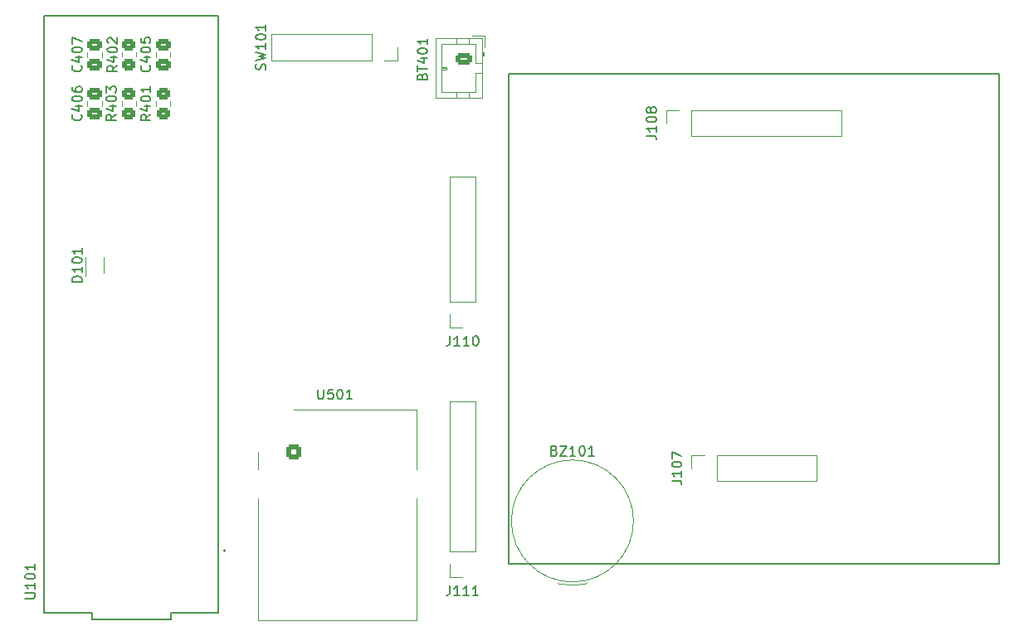
<source format=gto>
G04 #@! TF.GenerationSoftware,KiCad,Pcbnew,6.0.6-1.fc36*
G04 #@! TF.CreationDate,2022-07-29T12:50:01+02:00*
G04 #@! TF.ProjectId,CosmicWatch-ventidue,436f736d-6963-4576-9174-63682d76656e,rev?*
G04 #@! TF.SameCoordinates,Original*
G04 #@! TF.FileFunction,Legend,Top*
G04 #@! TF.FilePolarity,Positive*
%FSLAX46Y46*%
G04 Gerber Fmt 4.6, Leading zero omitted, Abs format (unit mm)*
G04 Created by KiCad (PCBNEW 6.0.6-1.fc36) date 2022-07-29 12:50:01*
%MOMM*%
%LPD*%
G01*
G04 APERTURE LIST*
G04 Aperture macros list*
%AMRoundRect*
0 Rectangle with rounded corners*
0 $1 Rounding radius*
0 $2 $3 $4 $5 $6 $7 $8 $9 X,Y pos of 4 corners*
0 Add a 4 corners polygon primitive as box body*
4,1,4,$2,$3,$4,$5,$6,$7,$8,$9,$2,$3,0*
0 Add four circle primitives for the rounded corners*
1,1,$1+$1,$2,$3*
1,1,$1+$1,$4,$5*
1,1,$1+$1,$6,$7*
1,1,$1+$1,$8,$9*
0 Add four rect primitives between the rounded corners*
20,1,$1+$1,$2,$3,$4,$5,0*
20,1,$1+$1,$4,$5,$6,$7,0*
20,1,$1+$1,$6,$7,$8,$9,0*
20,1,$1+$1,$8,$9,$2,$3,0*%
G04 Aperture macros list end*
%ADD10C,0.150000*%
%ADD11C,0.120000*%
%ADD12C,0.127000*%
%ADD13C,0.200000*%
%ADD14R,1.700000X1.700000*%
%ADD15O,1.700000X1.700000*%
%ADD16RoundRect,0.250000X-0.450000X0.350000X-0.450000X-0.350000X0.450000X-0.350000X0.450000X0.350000X0*%
%ADD17RoundRect,0.250000X0.475000X-0.337500X0.475000X0.337500X-0.475000X0.337500X-0.475000X-0.337500X0*%
%ADD18C,3.250000*%
%ADD19RoundRect,0.250500X-0.499500X-0.499500X0.499500X-0.499500X0.499500X0.499500X-0.499500X0.499500X0*%
%ADD20C,1.500000*%
%ADD21C,2.500000*%
%ADD22RoundRect,0.250000X-0.475000X0.337500X-0.475000X-0.337500X0.475000X-0.337500X0.475000X0.337500X0*%
%ADD23RoundRect,0.250000X-0.625000X0.350000X-0.625000X-0.350000X0.625000X-0.350000X0.625000X0.350000X0*%
%ADD24O,1.750000X1.200000*%
%ADD25R,2.000000X2.000000*%
%ADD26C,2.000000*%
%ADD27R,0.375000X1.250000*%
%ADD28R,0.300000X1.400000*%
%ADD29RoundRect,0.250000X0.450000X-0.350000X0.450000X0.350000X-0.450000X0.350000X-0.450000X-0.350000X0*%
%ADD30C,1.308000*%
%ADD31C,1.258000*%
%ADD32C,1.208000*%
G04 APERTURE END LIST*
D10*
X99000000Y-56000000D02*
X149000000Y-56000000D01*
X149000000Y-56000000D02*
X149000000Y-106000000D01*
X149000000Y-106000000D02*
X99000000Y-106000000D01*
X99000000Y-106000000D02*
X99000000Y-56000000D01*
X113062380Y-62285714D02*
X113776666Y-62285714D01*
X113919523Y-62333333D01*
X114014761Y-62428571D01*
X114062380Y-62571428D01*
X114062380Y-62666666D01*
X114062380Y-61285714D02*
X114062380Y-61857142D01*
X114062380Y-61571428D02*
X113062380Y-61571428D01*
X113205238Y-61666666D01*
X113300476Y-61761904D01*
X113348095Y-61857142D01*
X113062380Y-60666666D02*
X113062380Y-60571428D01*
X113110000Y-60476190D01*
X113157619Y-60428571D01*
X113252857Y-60380952D01*
X113443333Y-60333333D01*
X113681428Y-60333333D01*
X113871904Y-60380952D01*
X113967142Y-60428571D01*
X114014761Y-60476190D01*
X114062380Y-60571428D01*
X114062380Y-60666666D01*
X114014761Y-60761904D01*
X113967142Y-60809523D01*
X113871904Y-60857142D01*
X113681428Y-60904761D01*
X113443333Y-60904761D01*
X113252857Y-60857142D01*
X113157619Y-60809523D01*
X113110000Y-60761904D01*
X113062380Y-60666666D01*
X113490952Y-59761904D02*
X113443333Y-59857142D01*
X113395714Y-59904761D01*
X113300476Y-59952380D01*
X113252857Y-59952380D01*
X113157619Y-59904761D01*
X113110000Y-59857142D01*
X113062380Y-59761904D01*
X113062380Y-59571428D01*
X113110000Y-59476190D01*
X113157619Y-59428571D01*
X113252857Y-59380952D01*
X113300476Y-59380952D01*
X113395714Y-59428571D01*
X113443333Y-59476190D01*
X113490952Y-59571428D01*
X113490952Y-59761904D01*
X113538571Y-59857142D01*
X113586190Y-59904761D01*
X113681428Y-59952380D01*
X113871904Y-59952380D01*
X113967142Y-59904761D01*
X114014761Y-59857142D01*
X114062380Y-59761904D01*
X114062380Y-59571428D01*
X114014761Y-59476190D01*
X113967142Y-59428571D01*
X113871904Y-59380952D01*
X113681428Y-59380952D01*
X113586190Y-59428571D01*
X113538571Y-59476190D01*
X113490952Y-59571428D01*
X58952380Y-60119047D02*
X58476190Y-60452380D01*
X58952380Y-60690476D02*
X57952380Y-60690476D01*
X57952380Y-60309523D01*
X58000000Y-60214285D01*
X58047619Y-60166666D01*
X58142857Y-60119047D01*
X58285714Y-60119047D01*
X58380952Y-60166666D01*
X58428571Y-60214285D01*
X58476190Y-60309523D01*
X58476190Y-60690476D01*
X58285714Y-59261904D02*
X58952380Y-59261904D01*
X57904761Y-59500000D02*
X58619047Y-59738095D01*
X58619047Y-59119047D01*
X57952380Y-58547619D02*
X57952380Y-58452380D01*
X58000000Y-58357142D01*
X58047619Y-58309523D01*
X58142857Y-58261904D01*
X58333333Y-58214285D01*
X58571428Y-58214285D01*
X58761904Y-58261904D01*
X58857142Y-58309523D01*
X58904761Y-58357142D01*
X58952380Y-58452380D01*
X58952380Y-58547619D01*
X58904761Y-58642857D01*
X58857142Y-58690476D01*
X58761904Y-58738095D01*
X58571428Y-58785714D01*
X58333333Y-58785714D01*
X58142857Y-58738095D01*
X58047619Y-58690476D01*
X58000000Y-58642857D01*
X57952380Y-58547619D01*
X57952380Y-57880952D02*
X57952380Y-57261904D01*
X58333333Y-57595238D01*
X58333333Y-57452380D01*
X58380952Y-57357142D01*
X58428571Y-57309523D01*
X58523809Y-57261904D01*
X58761904Y-57261904D01*
X58857142Y-57309523D01*
X58904761Y-57357142D01*
X58952380Y-57452380D01*
X58952380Y-57738095D01*
X58904761Y-57833333D01*
X58857142Y-57880952D01*
X55357142Y-55119047D02*
X55404761Y-55166666D01*
X55452380Y-55309523D01*
X55452380Y-55404761D01*
X55404761Y-55547619D01*
X55309523Y-55642857D01*
X55214285Y-55690476D01*
X55023809Y-55738095D01*
X54880952Y-55738095D01*
X54690476Y-55690476D01*
X54595238Y-55642857D01*
X54500000Y-55547619D01*
X54452380Y-55404761D01*
X54452380Y-55309523D01*
X54500000Y-55166666D01*
X54547619Y-55119047D01*
X54785714Y-54261904D02*
X55452380Y-54261904D01*
X54404761Y-54500000D02*
X55119047Y-54738095D01*
X55119047Y-54119047D01*
X54452380Y-53547619D02*
X54452380Y-53452380D01*
X54500000Y-53357142D01*
X54547619Y-53309523D01*
X54642857Y-53261904D01*
X54833333Y-53214285D01*
X55071428Y-53214285D01*
X55261904Y-53261904D01*
X55357142Y-53309523D01*
X55404761Y-53357142D01*
X55452380Y-53452380D01*
X55452380Y-53547619D01*
X55404761Y-53642857D01*
X55357142Y-53690476D01*
X55261904Y-53738095D01*
X55071428Y-53785714D01*
X54833333Y-53785714D01*
X54642857Y-53738095D01*
X54547619Y-53690476D01*
X54500000Y-53642857D01*
X54452380Y-53547619D01*
X54452380Y-52880952D02*
X54452380Y-52214285D01*
X55452380Y-52642857D01*
X79540714Y-88182380D02*
X79540714Y-88991904D01*
X79588333Y-89087142D01*
X79635952Y-89134761D01*
X79731190Y-89182380D01*
X79921666Y-89182380D01*
X80016904Y-89134761D01*
X80064523Y-89087142D01*
X80112142Y-88991904D01*
X80112142Y-88182380D01*
X81064523Y-88182380D02*
X80588333Y-88182380D01*
X80540714Y-88658571D01*
X80588333Y-88610952D01*
X80683571Y-88563333D01*
X80921666Y-88563333D01*
X81016904Y-88610952D01*
X81064523Y-88658571D01*
X81112142Y-88753809D01*
X81112142Y-88991904D01*
X81064523Y-89087142D01*
X81016904Y-89134761D01*
X80921666Y-89182380D01*
X80683571Y-89182380D01*
X80588333Y-89134761D01*
X80540714Y-89087142D01*
X81731190Y-88182380D02*
X81826428Y-88182380D01*
X81921666Y-88230000D01*
X81969285Y-88277619D01*
X82016904Y-88372857D01*
X82064523Y-88563333D01*
X82064523Y-88801428D01*
X82016904Y-88991904D01*
X81969285Y-89087142D01*
X81921666Y-89134761D01*
X81826428Y-89182380D01*
X81731190Y-89182380D01*
X81635952Y-89134761D01*
X81588333Y-89087142D01*
X81540714Y-88991904D01*
X81493095Y-88801428D01*
X81493095Y-88563333D01*
X81540714Y-88372857D01*
X81588333Y-88277619D01*
X81635952Y-88230000D01*
X81731190Y-88182380D01*
X83016904Y-89182380D02*
X82445476Y-89182380D01*
X82731190Y-89182380D02*
X82731190Y-88182380D01*
X82635952Y-88325238D01*
X82540714Y-88420476D01*
X82445476Y-88468095D01*
X62357142Y-55119047D02*
X62404761Y-55166666D01*
X62452380Y-55309523D01*
X62452380Y-55404761D01*
X62404761Y-55547619D01*
X62309523Y-55642857D01*
X62214285Y-55690476D01*
X62023809Y-55738095D01*
X61880952Y-55738095D01*
X61690476Y-55690476D01*
X61595238Y-55642857D01*
X61500000Y-55547619D01*
X61452380Y-55404761D01*
X61452380Y-55309523D01*
X61500000Y-55166666D01*
X61547619Y-55119047D01*
X61785714Y-54261904D02*
X62452380Y-54261904D01*
X61404761Y-54500000D02*
X62119047Y-54738095D01*
X62119047Y-54119047D01*
X61452380Y-53547619D02*
X61452380Y-53452380D01*
X61500000Y-53357142D01*
X61547619Y-53309523D01*
X61642857Y-53261904D01*
X61833333Y-53214285D01*
X62071428Y-53214285D01*
X62261904Y-53261904D01*
X62357142Y-53309523D01*
X62404761Y-53357142D01*
X62452380Y-53452380D01*
X62452380Y-53547619D01*
X62404761Y-53642857D01*
X62357142Y-53690476D01*
X62261904Y-53738095D01*
X62071428Y-53785714D01*
X61833333Y-53785714D01*
X61642857Y-53738095D01*
X61547619Y-53690476D01*
X61500000Y-53642857D01*
X61452380Y-53547619D01*
X61452380Y-52309523D02*
X61452380Y-52785714D01*
X61928571Y-52833333D01*
X61880952Y-52785714D01*
X61833333Y-52690476D01*
X61833333Y-52452380D01*
X61880952Y-52357142D01*
X61928571Y-52309523D01*
X62023809Y-52261904D01*
X62261904Y-52261904D01*
X62357142Y-52309523D01*
X62404761Y-52357142D01*
X62452380Y-52452380D01*
X62452380Y-52690476D01*
X62404761Y-52785714D01*
X62357142Y-52833333D01*
X90178571Y-56238095D02*
X90226190Y-56095238D01*
X90273809Y-56047619D01*
X90369047Y-56000000D01*
X90511904Y-56000000D01*
X90607142Y-56047619D01*
X90654761Y-56095238D01*
X90702380Y-56190476D01*
X90702380Y-56571428D01*
X89702380Y-56571428D01*
X89702380Y-56238095D01*
X89750000Y-56142857D01*
X89797619Y-56095238D01*
X89892857Y-56047619D01*
X89988095Y-56047619D01*
X90083333Y-56095238D01*
X90130952Y-56142857D01*
X90178571Y-56238095D01*
X90178571Y-56571428D01*
X89702380Y-55714285D02*
X89702380Y-55142857D01*
X90702380Y-55428571D02*
X89702380Y-55428571D01*
X90035714Y-54380952D02*
X90702380Y-54380952D01*
X89654761Y-54619047D02*
X90369047Y-54857142D01*
X90369047Y-54238095D01*
X89702380Y-53666666D02*
X89702380Y-53571428D01*
X89750000Y-53476190D01*
X89797619Y-53428571D01*
X89892857Y-53380952D01*
X90083333Y-53333333D01*
X90321428Y-53333333D01*
X90511904Y-53380952D01*
X90607142Y-53428571D01*
X90654761Y-53476190D01*
X90702380Y-53571428D01*
X90702380Y-53666666D01*
X90654761Y-53761904D01*
X90607142Y-53809523D01*
X90511904Y-53857142D01*
X90321428Y-53904761D01*
X90083333Y-53904761D01*
X89892857Y-53857142D01*
X89797619Y-53809523D01*
X89750000Y-53761904D01*
X89702380Y-53666666D01*
X90702380Y-52380952D02*
X90702380Y-52952380D01*
X90702380Y-52666666D02*
X89702380Y-52666666D01*
X89845238Y-52761904D01*
X89940476Y-52857142D01*
X89988095Y-52952380D01*
X55357142Y-60119047D02*
X55404761Y-60166666D01*
X55452380Y-60309523D01*
X55452380Y-60404761D01*
X55404761Y-60547619D01*
X55309523Y-60642857D01*
X55214285Y-60690476D01*
X55023809Y-60738095D01*
X54880952Y-60738095D01*
X54690476Y-60690476D01*
X54595238Y-60642857D01*
X54500000Y-60547619D01*
X54452380Y-60404761D01*
X54452380Y-60309523D01*
X54500000Y-60166666D01*
X54547619Y-60119047D01*
X54785714Y-59261904D02*
X55452380Y-59261904D01*
X54404761Y-59500000D02*
X55119047Y-59738095D01*
X55119047Y-59119047D01*
X54452380Y-58547619D02*
X54452380Y-58452380D01*
X54500000Y-58357142D01*
X54547619Y-58309523D01*
X54642857Y-58261904D01*
X54833333Y-58214285D01*
X55071428Y-58214285D01*
X55261904Y-58261904D01*
X55357142Y-58309523D01*
X55404761Y-58357142D01*
X55452380Y-58452380D01*
X55452380Y-58547619D01*
X55404761Y-58642857D01*
X55357142Y-58690476D01*
X55261904Y-58738095D01*
X55071428Y-58785714D01*
X54833333Y-58785714D01*
X54642857Y-58738095D01*
X54547619Y-58690476D01*
X54500000Y-58642857D01*
X54452380Y-58547619D01*
X54452380Y-57357142D02*
X54452380Y-57547619D01*
X54500000Y-57642857D01*
X54547619Y-57690476D01*
X54690476Y-57785714D01*
X54880952Y-57833333D01*
X55261904Y-57833333D01*
X55357142Y-57785714D01*
X55404761Y-57738095D01*
X55452380Y-57642857D01*
X55452380Y-57452380D01*
X55404761Y-57357142D01*
X55357142Y-57309523D01*
X55261904Y-57261904D01*
X55023809Y-57261904D01*
X54928571Y-57309523D01*
X54880952Y-57357142D01*
X54833333Y-57452380D01*
X54833333Y-57642857D01*
X54880952Y-57738095D01*
X54928571Y-57785714D01*
X55023809Y-57833333D01*
X103666666Y-94428571D02*
X103809523Y-94476190D01*
X103857142Y-94523809D01*
X103904761Y-94619047D01*
X103904761Y-94761904D01*
X103857142Y-94857142D01*
X103809523Y-94904761D01*
X103714285Y-94952380D01*
X103333333Y-94952380D01*
X103333333Y-93952380D01*
X103666666Y-93952380D01*
X103761904Y-94000000D01*
X103809523Y-94047619D01*
X103857142Y-94142857D01*
X103857142Y-94238095D01*
X103809523Y-94333333D01*
X103761904Y-94380952D01*
X103666666Y-94428571D01*
X103333333Y-94428571D01*
X104238095Y-93952380D02*
X104904761Y-93952380D01*
X104238095Y-94952380D01*
X104904761Y-94952380D01*
X105809523Y-94952380D02*
X105238095Y-94952380D01*
X105523809Y-94952380D02*
X105523809Y-93952380D01*
X105428571Y-94095238D01*
X105333333Y-94190476D01*
X105238095Y-94238095D01*
X106428571Y-93952380D02*
X106523809Y-93952380D01*
X106619047Y-94000000D01*
X106666666Y-94047619D01*
X106714285Y-94142857D01*
X106761904Y-94333333D01*
X106761904Y-94571428D01*
X106714285Y-94761904D01*
X106666666Y-94857142D01*
X106619047Y-94904761D01*
X106523809Y-94952380D01*
X106428571Y-94952380D01*
X106333333Y-94904761D01*
X106285714Y-94857142D01*
X106238095Y-94761904D01*
X106190476Y-94571428D01*
X106190476Y-94333333D01*
X106238095Y-94142857D01*
X106285714Y-94047619D01*
X106333333Y-94000000D01*
X106428571Y-93952380D01*
X107714285Y-94952380D02*
X107142857Y-94952380D01*
X107428571Y-94952380D02*
X107428571Y-93952380D01*
X107333333Y-94095238D01*
X107238095Y-94190476D01*
X107142857Y-94238095D01*
X74154761Y-55535714D02*
X74202380Y-55392857D01*
X74202380Y-55154761D01*
X74154761Y-55059523D01*
X74107142Y-55011904D01*
X74011904Y-54964285D01*
X73916666Y-54964285D01*
X73821428Y-55011904D01*
X73773809Y-55059523D01*
X73726190Y-55154761D01*
X73678571Y-55345238D01*
X73630952Y-55440476D01*
X73583333Y-55488095D01*
X73488095Y-55535714D01*
X73392857Y-55535714D01*
X73297619Y-55488095D01*
X73250000Y-55440476D01*
X73202380Y-55345238D01*
X73202380Y-55107142D01*
X73250000Y-54964285D01*
X73202380Y-54630952D02*
X74202380Y-54392857D01*
X73488095Y-54202380D01*
X74202380Y-54011904D01*
X73202380Y-53773809D01*
X74202380Y-52869047D02*
X74202380Y-53440476D01*
X74202380Y-53154761D02*
X73202380Y-53154761D01*
X73345238Y-53250000D01*
X73440476Y-53345238D01*
X73488095Y-53440476D01*
X73202380Y-52250000D02*
X73202380Y-52154761D01*
X73250000Y-52059523D01*
X73297619Y-52011904D01*
X73392857Y-51964285D01*
X73583333Y-51916666D01*
X73821428Y-51916666D01*
X74011904Y-51964285D01*
X74107142Y-52011904D01*
X74154761Y-52059523D01*
X74202380Y-52154761D01*
X74202380Y-52250000D01*
X74154761Y-52345238D01*
X74107142Y-52392857D01*
X74011904Y-52440476D01*
X73821428Y-52488095D01*
X73583333Y-52488095D01*
X73392857Y-52440476D01*
X73297619Y-52392857D01*
X73250000Y-52345238D01*
X73202380Y-52250000D01*
X74202380Y-50964285D02*
X74202380Y-51535714D01*
X74202380Y-51250000D02*
X73202380Y-51250000D01*
X73345238Y-51345238D01*
X73440476Y-51440476D01*
X73488095Y-51535714D01*
X55452380Y-77190476D02*
X54452380Y-77190476D01*
X54452380Y-76952380D01*
X54500000Y-76809523D01*
X54595238Y-76714285D01*
X54690476Y-76666666D01*
X54880952Y-76619047D01*
X55023809Y-76619047D01*
X55214285Y-76666666D01*
X55309523Y-76714285D01*
X55404761Y-76809523D01*
X55452380Y-76952380D01*
X55452380Y-77190476D01*
X55452380Y-75666666D02*
X55452380Y-76238095D01*
X55452380Y-75952380D02*
X54452380Y-75952380D01*
X54595238Y-76047619D01*
X54690476Y-76142857D01*
X54738095Y-76238095D01*
X54452380Y-75047619D02*
X54452380Y-74952380D01*
X54500000Y-74857142D01*
X54547619Y-74809523D01*
X54642857Y-74761904D01*
X54833333Y-74714285D01*
X55071428Y-74714285D01*
X55261904Y-74761904D01*
X55357142Y-74809523D01*
X55404761Y-74857142D01*
X55452380Y-74952380D01*
X55452380Y-75047619D01*
X55404761Y-75142857D01*
X55357142Y-75190476D01*
X55261904Y-75238095D01*
X55071428Y-75285714D01*
X54833333Y-75285714D01*
X54642857Y-75238095D01*
X54547619Y-75190476D01*
X54500000Y-75142857D01*
X54452380Y-75047619D01*
X55452380Y-73761904D02*
X55452380Y-74333333D01*
X55452380Y-74047619D02*
X54452380Y-74047619D01*
X54595238Y-74142857D01*
X54690476Y-74238095D01*
X54738095Y-74333333D01*
X115632380Y-97510714D02*
X116346666Y-97510714D01*
X116489523Y-97558333D01*
X116584761Y-97653571D01*
X116632380Y-97796428D01*
X116632380Y-97891666D01*
X116632380Y-96510714D02*
X116632380Y-97082142D01*
X116632380Y-96796428D02*
X115632380Y-96796428D01*
X115775238Y-96891666D01*
X115870476Y-96986904D01*
X115918095Y-97082142D01*
X115632380Y-95891666D02*
X115632380Y-95796428D01*
X115680000Y-95701190D01*
X115727619Y-95653571D01*
X115822857Y-95605952D01*
X116013333Y-95558333D01*
X116251428Y-95558333D01*
X116441904Y-95605952D01*
X116537142Y-95653571D01*
X116584761Y-95701190D01*
X116632380Y-95796428D01*
X116632380Y-95891666D01*
X116584761Y-95986904D01*
X116537142Y-96034523D01*
X116441904Y-96082142D01*
X116251428Y-96129761D01*
X116013333Y-96129761D01*
X115822857Y-96082142D01*
X115727619Y-96034523D01*
X115680000Y-95986904D01*
X115632380Y-95891666D01*
X115632380Y-95225000D02*
X115632380Y-94558333D01*
X116632380Y-94986904D01*
X59052380Y-55119047D02*
X58576190Y-55452380D01*
X59052380Y-55690476D02*
X58052380Y-55690476D01*
X58052380Y-55309523D01*
X58100000Y-55214285D01*
X58147619Y-55166666D01*
X58242857Y-55119047D01*
X58385714Y-55119047D01*
X58480952Y-55166666D01*
X58528571Y-55214285D01*
X58576190Y-55309523D01*
X58576190Y-55690476D01*
X58385714Y-54261904D02*
X59052380Y-54261904D01*
X58004761Y-54500000D02*
X58719047Y-54738095D01*
X58719047Y-54119047D01*
X58052380Y-53547619D02*
X58052380Y-53452380D01*
X58100000Y-53357142D01*
X58147619Y-53309523D01*
X58242857Y-53261904D01*
X58433333Y-53214285D01*
X58671428Y-53214285D01*
X58861904Y-53261904D01*
X58957142Y-53309523D01*
X59004761Y-53357142D01*
X59052380Y-53452380D01*
X59052380Y-53547619D01*
X59004761Y-53642857D01*
X58957142Y-53690476D01*
X58861904Y-53738095D01*
X58671428Y-53785714D01*
X58433333Y-53785714D01*
X58242857Y-53738095D01*
X58147619Y-53690476D01*
X58100000Y-53642857D01*
X58052380Y-53547619D01*
X58147619Y-52833333D02*
X58100000Y-52785714D01*
X58052380Y-52690476D01*
X58052380Y-52452380D01*
X58100000Y-52357142D01*
X58147619Y-52309523D01*
X58242857Y-52261904D01*
X58338095Y-52261904D01*
X58480952Y-52309523D01*
X59052380Y-52880952D01*
X59052380Y-52261904D01*
X92989285Y-108222380D02*
X92989285Y-108936666D01*
X92941666Y-109079523D01*
X92846428Y-109174761D01*
X92703571Y-109222380D01*
X92608333Y-109222380D01*
X93989285Y-109222380D02*
X93417857Y-109222380D01*
X93703571Y-109222380D02*
X93703571Y-108222380D01*
X93608333Y-108365238D01*
X93513095Y-108460476D01*
X93417857Y-108508095D01*
X94941666Y-109222380D02*
X94370238Y-109222380D01*
X94655952Y-109222380D02*
X94655952Y-108222380D01*
X94560714Y-108365238D01*
X94465476Y-108460476D01*
X94370238Y-108508095D01*
X95894047Y-109222380D02*
X95322619Y-109222380D01*
X95608333Y-109222380D02*
X95608333Y-108222380D01*
X95513095Y-108365238D01*
X95417857Y-108460476D01*
X95322619Y-108508095D01*
X93000071Y-82735273D02*
X93000071Y-83449559D01*
X92952452Y-83592416D01*
X92857214Y-83687654D01*
X92714357Y-83735273D01*
X92619119Y-83735273D01*
X94000071Y-83735273D02*
X93428643Y-83735273D01*
X93714357Y-83735273D02*
X93714357Y-82735273D01*
X93619119Y-82878131D01*
X93523881Y-82973369D01*
X93428643Y-83020988D01*
X94952452Y-83735273D02*
X94381024Y-83735273D01*
X94666738Y-83735273D02*
X94666738Y-82735273D01*
X94571500Y-82878131D01*
X94476262Y-82973369D01*
X94381024Y-83020988D01*
X95571500Y-82735273D02*
X95666738Y-82735273D01*
X95761976Y-82782893D01*
X95809595Y-82830512D01*
X95857214Y-82925750D01*
X95904833Y-83116226D01*
X95904833Y-83354321D01*
X95857214Y-83544797D01*
X95809595Y-83640035D01*
X95761976Y-83687654D01*
X95666738Y-83735273D01*
X95571500Y-83735273D01*
X95476262Y-83687654D01*
X95428643Y-83640035D01*
X95381024Y-83544797D01*
X95333405Y-83354321D01*
X95333405Y-83116226D01*
X95381024Y-82925750D01*
X95428643Y-82830512D01*
X95476262Y-82782893D01*
X95571500Y-82735273D01*
X62452380Y-60119047D02*
X61976190Y-60452380D01*
X62452380Y-60690476D02*
X61452380Y-60690476D01*
X61452380Y-60309523D01*
X61500000Y-60214285D01*
X61547619Y-60166666D01*
X61642857Y-60119047D01*
X61785714Y-60119047D01*
X61880952Y-60166666D01*
X61928571Y-60214285D01*
X61976190Y-60309523D01*
X61976190Y-60690476D01*
X61785714Y-59261904D02*
X62452380Y-59261904D01*
X61404761Y-59500000D02*
X62119047Y-59738095D01*
X62119047Y-59119047D01*
X61452380Y-58547619D02*
X61452380Y-58452380D01*
X61500000Y-58357142D01*
X61547619Y-58309523D01*
X61642857Y-58261904D01*
X61833333Y-58214285D01*
X62071428Y-58214285D01*
X62261904Y-58261904D01*
X62357142Y-58309523D01*
X62404761Y-58357142D01*
X62452380Y-58452380D01*
X62452380Y-58547619D01*
X62404761Y-58642857D01*
X62357142Y-58690476D01*
X62261904Y-58738095D01*
X62071428Y-58785714D01*
X61833333Y-58785714D01*
X61642857Y-58738095D01*
X61547619Y-58690476D01*
X61500000Y-58642857D01*
X61452380Y-58547619D01*
X62452380Y-57261904D02*
X62452380Y-57833333D01*
X62452380Y-57547619D02*
X61452380Y-57547619D01*
X61595238Y-57642857D01*
X61690476Y-57738095D01*
X61738095Y-57833333D01*
X49657380Y-109519285D02*
X50466904Y-109519285D01*
X50562142Y-109471666D01*
X50609761Y-109424047D01*
X50657380Y-109328809D01*
X50657380Y-109138333D01*
X50609761Y-109043095D01*
X50562142Y-108995476D01*
X50466904Y-108947857D01*
X49657380Y-108947857D01*
X50657380Y-107947857D02*
X50657380Y-108519285D01*
X50657380Y-108233571D02*
X49657380Y-108233571D01*
X49800238Y-108328809D01*
X49895476Y-108424047D01*
X49943095Y-108519285D01*
X49657380Y-107328809D02*
X49657380Y-107233571D01*
X49705000Y-107138333D01*
X49752619Y-107090714D01*
X49847857Y-107043095D01*
X50038333Y-106995476D01*
X50276428Y-106995476D01*
X50466904Y-107043095D01*
X50562142Y-107090714D01*
X50609761Y-107138333D01*
X50657380Y-107233571D01*
X50657380Y-107328809D01*
X50609761Y-107424047D01*
X50562142Y-107471666D01*
X50466904Y-107519285D01*
X50276428Y-107566904D01*
X50038333Y-107566904D01*
X49847857Y-107519285D01*
X49752619Y-107471666D01*
X49705000Y-107424047D01*
X49657380Y-107328809D01*
X50657380Y-106043095D02*
X50657380Y-106614523D01*
X50657380Y-106328809D02*
X49657380Y-106328809D01*
X49800238Y-106424047D01*
X49895476Y-106519285D01*
X49943095Y-106614523D01*
D11*
X115050000Y-59670000D02*
X116380000Y-59670000D01*
X117650000Y-62330000D02*
X132950000Y-62330000D01*
X115050000Y-61000000D02*
X115050000Y-59670000D01*
X117650000Y-62330000D02*
X117650000Y-59670000D01*
X117650000Y-59670000D02*
X132950000Y-59670000D01*
X132950000Y-62330000D02*
X132950000Y-59670000D01*
X60985000Y-58772936D02*
X60985000Y-59227064D01*
X59515000Y-58772936D02*
X59515000Y-59227064D01*
X56015000Y-54261252D02*
X56015000Y-53738748D01*
X57485000Y-54261252D02*
X57485000Y-53738748D01*
X89615000Y-90240000D02*
X89615000Y-96360000D01*
X89615000Y-99340000D02*
X89615000Y-111760000D01*
X73385000Y-99350000D02*
X73385000Y-111760000D01*
X77055000Y-90240000D02*
X89615000Y-90240000D01*
X73385000Y-94550000D02*
X73385000Y-96360000D01*
X89615000Y-111760000D02*
X73385000Y-111760000D01*
X64485000Y-53738748D02*
X64485000Y-54261252D01*
X63015000Y-53738748D02*
X63015000Y-54261252D01*
X96460000Y-53800000D02*
X96260000Y-53800000D01*
X92150000Y-52950000D02*
X92150000Y-57850000D01*
X92150000Y-57850000D02*
X95650000Y-57850000D01*
X93650000Y-52340000D02*
X93650000Y-52950000D01*
X92650000Y-55500000D02*
X92150000Y-55500000D01*
X96260000Y-54900000D02*
X95650000Y-54900000D01*
X95650000Y-52950000D02*
X92150000Y-52950000D01*
X96260000Y-54100000D02*
X96460000Y-54100000D01*
X96260000Y-52340000D02*
X91540000Y-52340000D01*
X96260000Y-58460000D02*
X96260000Y-52340000D01*
X95650000Y-54900000D02*
X95650000Y-52950000D01*
X93650000Y-58460000D02*
X93650000Y-57850000D01*
X95650000Y-57850000D02*
X95650000Y-55900000D01*
X94950000Y-52340000D02*
X94950000Y-52950000D01*
X92150000Y-55400000D02*
X92650000Y-55400000D01*
X92650000Y-55300000D02*
X92650000Y-55500000D01*
X91540000Y-58460000D02*
X96260000Y-58460000D01*
X96360000Y-54100000D02*
X96360000Y-53800000D01*
X95650000Y-55900000D02*
X96260000Y-55900000D01*
X96560000Y-52040000D02*
X95310000Y-52040000D01*
X96560000Y-53290000D02*
X96560000Y-52040000D01*
X91540000Y-52340000D02*
X91540000Y-58460000D01*
X94950000Y-58460000D02*
X94950000Y-57850000D01*
X96460000Y-54100000D02*
X96460000Y-53800000D01*
X92150000Y-55300000D02*
X92650000Y-55300000D01*
X57485000Y-58738748D02*
X57485000Y-59261252D01*
X56015000Y-58738748D02*
X56015000Y-59261252D01*
X104000000Y-108020785D02*
G75*
G03*
X106999999Y-108020785I1500000J6400000D01*
G01*
X111730000Y-101620785D02*
G75*
G03*
X111730000Y-101620785I-6230000J0D01*
G01*
X87620000Y-54580000D02*
X86290000Y-54580000D01*
X85020000Y-54580000D02*
X74800000Y-54580000D01*
X85020000Y-51920000D02*
X74800000Y-51920000D01*
X85020000Y-51920000D02*
X85020000Y-54580000D01*
X74800000Y-51920000D02*
X74800000Y-54580000D01*
X87620000Y-53250000D02*
X87620000Y-54580000D01*
X55850000Y-74700000D02*
X55850000Y-76600000D01*
X57650000Y-76300000D02*
X57650000Y-74700000D01*
X117620000Y-94895000D02*
X118950000Y-94895000D01*
X120220000Y-94895000D02*
X130440000Y-94895000D01*
X120220000Y-97555000D02*
X130440000Y-97555000D01*
X120220000Y-97555000D02*
X120220000Y-94895000D01*
X130440000Y-97555000D02*
X130440000Y-94895000D01*
X117620000Y-96225000D02*
X117620000Y-94895000D01*
X59515000Y-54227064D02*
X59515000Y-53772936D01*
X60985000Y-54227064D02*
X60985000Y-53772936D01*
X92945000Y-107330000D02*
X92945000Y-106000000D01*
X95605000Y-104730000D02*
X95605000Y-89430000D01*
X94275000Y-107330000D02*
X92945000Y-107330000D01*
X95605000Y-104730000D02*
X92945000Y-104730000D01*
X92945000Y-104730000D02*
X92945000Y-89430000D01*
X95605000Y-89430000D02*
X92945000Y-89430000D01*
X95615786Y-66482893D02*
X92955786Y-66482893D01*
X95615786Y-79242893D02*
X95615786Y-66482893D01*
X92955786Y-81842893D02*
X92955786Y-80512893D01*
X92955786Y-79242893D02*
X92955786Y-66482893D01*
X95615786Y-79242893D02*
X92955786Y-79242893D01*
X94285786Y-81842893D02*
X92955786Y-81842893D01*
X64485000Y-58772936D02*
X64485000Y-59227064D01*
X63015000Y-58772936D02*
X63015000Y-59227064D01*
D12*
X51610000Y-110980000D02*
X51610000Y-50020000D01*
X51610000Y-50020000D02*
X69390000Y-50020000D01*
X69390000Y-50020000D02*
X69390000Y-110980000D01*
X64530000Y-110980000D02*
X64530000Y-111680000D01*
X56470000Y-110980000D02*
X56470000Y-111680000D01*
X64530000Y-111680000D02*
X56470000Y-111680000D01*
X69390000Y-110980000D02*
X64530000Y-110980000D01*
X51610000Y-110980000D02*
X56470000Y-110980000D01*
D13*
X70100000Y-104630000D02*
G75*
G03*
X70100000Y-104630000I-100000J0D01*
G01*
%LPC*%
D14*
X76275000Y-86050000D03*
D15*
X76275000Y-83510000D03*
X76275000Y-80970000D03*
X76275000Y-78430000D03*
D14*
X116380000Y-61000000D03*
D15*
X118920000Y-61000000D03*
X121460000Y-61000000D03*
X124000000Y-61000000D03*
X126540000Y-61000000D03*
X129080000Y-61000000D03*
X131620000Y-61000000D03*
D16*
X60250000Y-58000000D03*
X60250000Y-60000000D03*
D17*
X56750000Y-55037500D03*
X56750000Y-52962500D03*
D18*
X87215000Y-100900000D03*
X75785000Y-100900000D03*
D19*
X77055000Y-94550000D03*
D20*
X78325000Y-92010000D03*
X79595000Y-94550000D03*
X80865000Y-92010000D03*
X82135000Y-94550000D03*
X83405000Y-92010000D03*
X84675000Y-94550000D03*
X85945000Y-92010000D03*
X75175000Y-105980000D03*
X77715000Y-104280000D03*
X85285000Y-105980000D03*
X87825000Y-104280000D03*
D21*
X89375000Y-97850000D03*
X73625000Y-97850000D03*
D14*
X116400000Y-101000000D03*
D15*
X118940000Y-101000000D03*
X121480000Y-101000000D03*
X124020000Y-101000000D03*
X126560000Y-101000000D03*
X129100000Y-101000000D03*
X131640000Y-101000000D03*
D22*
X63750000Y-52962500D03*
X63750000Y-55037500D03*
D23*
X94450000Y-54400000D03*
D24*
X94450000Y-56400000D03*
D22*
X56750000Y-57962500D03*
X56750000Y-60037500D03*
D25*
X105500000Y-104120785D03*
D26*
X105500000Y-99120785D03*
D14*
X86290000Y-53250000D03*
D15*
X83750000Y-53250000D03*
X81210000Y-53250000D03*
X78670000Y-53250000D03*
X76130000Y-53250000D03*
D27*
X56212500Y-76725000D03*
D28*
X56750000Y-76800000D03*
D27*
X57287500Y-76725000D03*
X57287500Y-74275000D03*
D28*
X56750000Y-74200000D03*
D27*
X56212500Y-74275000D03*
D14*
X118950000Y-66025000D03*
D15*
X121490000Y-66025000D03*
X124030000Y-66025000D03*
X126570000Y-66025000D03*
X129110000Y-66025000D03*
D14*
X118950000Y-96225000D03*
D15*
X121490000Y-96225000D03*
X124030000Y-96225000D03*
X126570000Y-96225000D03*
X129110000Y-96225000D03*
D29*
X60250000Y-55000000D03*
X60250000Y-53000000D03*
D14*
X94275000Y-106000000D03*
D15*
X94275000Y-103460000D03*
X94275000Y-100920000D03*
X94275000Y-98380000D03*
X94275000Y-95840000D03*
X94275000Y-93300000D03*
X94275000Y-90760000D03*
D14*
X94285786Y-80512893D03*
D15*
X94285786Y-77972893D03*
X94285786Y-75432893D03*
X94285786Y-72892893D03*
X94285786Y-70352893D03*
X94285786Y-67812893D03*
D14*
X76300000Y-73000000D03*
D15*
X76300000Y-70460000D03*
X76300000Y-67920000D03*
X76300000Y-65380000D03*
X76300000Y-62840000D03*
D16*
X63750000Y-58000000D03*
X63750000Y-60000000D03*
D30*
X52880000Y-71610000D03*
X52880000Y-69070000D03*
X52880000Y-66530000D03*
X52880000Y-63990000D03*
X52880000Y-61450000D03*
X52880000Y-58910000D03*
X52880000Y-56370000D03*
X52880000Y-53830000D03*
X52880000Y-51290000D03*
X68120000Y-51290000D03*
X68120000Y-53830000D03*
X68120000Y-56370000D03*
X68120000Y-58910000D03*
X68120000Y-61450000D03*
X68120000Y-63990000D03*
X68120000Y-66530000D03*
X68120000Y-69070000D03*
X68120000Y-71610000D03*
X52880000Y-109710000D03*
X52880000Y-107170000D03*
X52880000Y-104630000D03*
X52880000Y-102090000D03*
X52880000Y-99550000D03*
X52880000Y-97010000D03*
X52880000Y-94470000D03*
X52880000Y-91930000D03*
X52880000Y-89390000D03*
X52880000Y-86850000D03*
X52880000Y-84310000D03*
X52880000Y-81770000D03*
X52880000Y-79230000D03*
X52880000Y-76690000D03*
X68120000Y-74150000D03*
X68120000Y-76690000D03*
X68120000Y-79230000D03*
X68120000Y-81770000D03*
X68120000Y-84310000D03*
X68120000Y-86850000D03*
X68120000Y-89390000D03*
X68120000Y-91930000D03*
X68120000Y-94470000D03*
X68120000Y-97010000D03*
X68120000Y-99550000D03*
X68120000Y-102090000D03*
X68120000Y-104630000D03*
D31*
X65070000Y-93200000D03*
X65070000Y-95740000D03*
X65070000Y-98280000D03*
X65070000Y-100820000D03*
X65070000Y-103360000D03*
D32*
X59330000Y-96740000D03*
X57330000Y-96740000D03*
X59330000Y-94740000D03*
X57330000Y-94740000D03*
X55330000Y-96740000D03*
X55330000Y-94740000D03*
D30*
X52880000Y-74150000D03*
X57960000Y-63990000D03*
X55420000Y-107170000D03*
X55420000Y-63990000D03*
X60500000Y-63990000D03*
X63040000Y-63990000D03*
X65580000Y-63990000D03*
X68120000Y-107170000D03*
X68120000Y-109710000D03*
M02*

</source>
